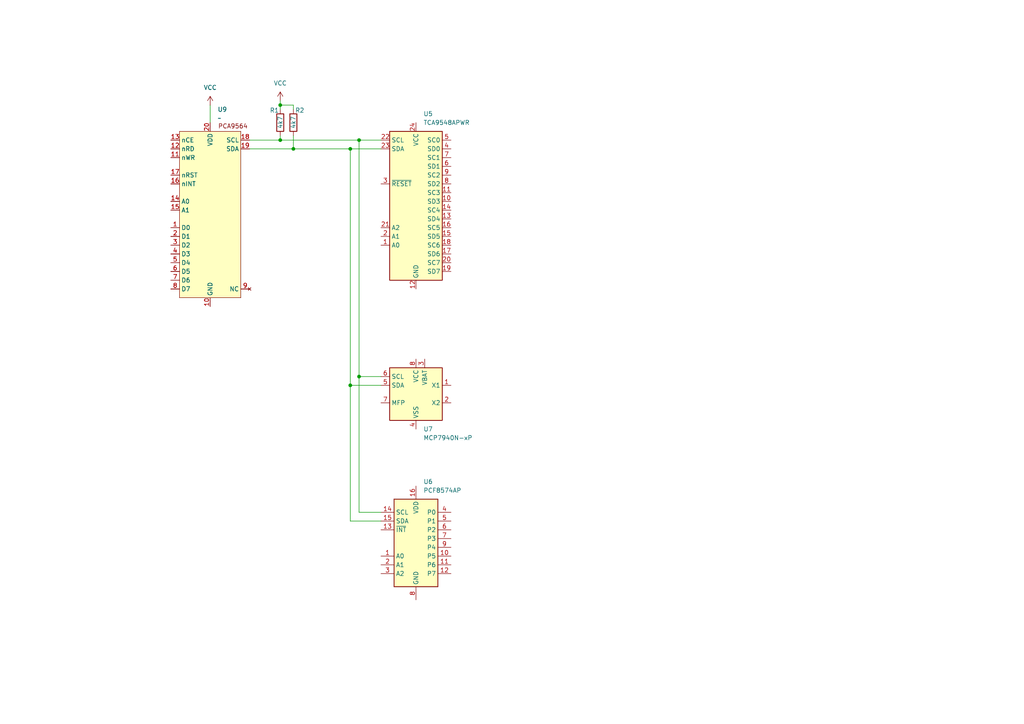
<source format=kicad_sch>
(kicad_sch (version 20250114) (generator "eeschema") (generator_version "9.0")
  (paper "A4")
  (title_block (title "AutoConfig-addon"))
  (lib_symbols
    (symbol "Device:R" (pin_numbers (hide yes)) (pin_names (offset 0))
      (property "Reference" "R" (at 2.032 0 90))
      (property "Value" "R" (at 0 0 90))
      (symbol "R_0_1"
        (rectangle (start -1.016 -2.54) (end 1.016 2.54) (stroke (width 0.254)))
      )
      (symbol "R_1_1"
        (pin passive line (at 0 3.81 270) (length 1.27) (name "~") (number "1"))
        (pin passive line (at 0 -3.81 90) (length 1.27) (name "~") (number "2"))
      )
    )
    (symbol "Interface_Expansion:PCF8574AP"
      (property "Reference" "U" (at -6.35 12.954 0))
      (property "Value" "PCF8574AP" (at 3.048 12.954 0))
      (symbol "PCF8574AP_0_1"
        (rectangle (start -6.35 -13.97) (end 6.35 11.43) (stroke (width 0.254)) (fill (type background)))
      )
      (symbol "PCF8574AP_1_1"
        (pin input line (at -10.16 7.62 0) (length 3.81) (name "SCL") (number "14"))
        (pin bidirectional line (at -10.16 5.08 0) (length 3.81) (name "SDA") (number "15"))
        (pin open_collector line (at -10.16 2.54 0) (length 3.81) (name "~{INT}") (number "13"))
        (pin input line (at -10.16 -5.08 0) (length 3.81) (name "A0") (number "1"))
        (pin input line (at -10.16 -7.62 0) (length 3.81) (name "A1") (number "2"))
        (pin input line (at -10.16 -10.16 0) (length 3.81) (name "A2") (number "3"))
        (pin power_in line (at 0 15.24 270) (length 3.81) (name "VDD") (number "16"))
        (pin power_in line (at 0 -17.78 90) (length 3.81) (name "GND") (number "8"))
        (pin bidirectional line (at 10.16 7.62 180) (length 3.81) (name "P0") (number "4"))
        (pin bidirectional line (at 10.16 5.08 180) (length 3.81) (name "P1") (number "5"))
        (pin bidirectional line (at 10.16 2.54 180) (length 3.81) (name "P2") (number "6"))
        (pin bidirectional line (at 10.16 0 180) (length 3.81) (name "P3") (number "7"))
        (pin bidirectional line (at 10.16 -2.54 180) (length 3.81) (name "P4") (number "9"))
        (pin bidirectional line (at 10.16 -5.08 180) (length 3.81) (name "P5") (number "10"))
        (pin bidirectional line (at 10.16 -7.62 180) (length 3.81) (name "P6") (number "11"))
        (pin bidirectional line (at 10.16 -10.16 180) (length 3.81) (name "P7") (number "12"))
      )
    )
    (symbol "Interface_Expansion:TCA9548APWR"
      (property "Reference" "U" (at -7.62 21.59 0))
      (property "Value" "TCA9548APWR" (at 1.016 21.59 0))
      (symbol "TCA9548APWR_0_1"
        (rectangle (start -7.62 20.32) (end 7.62 -22.86) (stroke (width 0.254)) (fill (type background)))
      )
      (symbol "TCA9548APWR_1_1"
        (pin input line (at -10.16 17.78 0) (length 2.54) (name "SCL") (number "22"))
        (pin bidirectional line (at -10.16 15.24 0) (length 2.54) (name "SDA") (number "23"))
        (pin input line (at -10.16 5.08 0) (length 2.54) (name "~{RESET}") (number "3"))
        (pin input line (at -10.16 -7.62 0) (length 2.54) (name "A2") (number "21"))
        (pin input line (at -10.16 -10.16 0) (length 2.54) (name "A1") (number "2"))
        (pin input line (at -10.16 -12.7 0) (length 2.54) (name "A0") (number "1"))
        (pin power_in line (at 0 22.86 270) (length 2.54) (name "VCC") (number "24"))
        (pin power_in line (at 0 -25.4 90) (length 2.54) (name "GND") (number "12"))
        (pin output line (at 10.16 17.78 180) (length 2.54) (name "SC0") (number "5"))
        (pin bidirectional line (at 10.16 15.24 180) (length 2.54) (name "SD0") (number "4"))
        (pin output line (at 10.16 12.7 180) (length 2.54) (name "SC1") (number "7"))
        (pin bidirectional line (at 10.16 10.16 180) (length 2.54) (name "SD1") (number "6"))
        (pin output line (at 10.16 7.62 180) (length 2.54) (name "SC2") (number "9"))
        (pin bidirectional line (at 10.16 5.08 180) (length 2.54) (name "SD2") (number "8"))
        (pin output line (at 10.16 2.54 180) (length 2.54) (name "SC3") (number "11"))
        (pin bidirectional line (at 10.16 0 180) (length 2.54) (name "SD3") (number "10"))
        (pin output line (at 10.16 -2.54 180) (length 2.54) (name "SC4") (number "14"))
        (pin bidirectional line (at 10.16 -5.08 180) (length 2.54) (name "SD4") (number "13"))
        (pin output line (at 10.16 -7.62 180) (length 2.54) (name "SC5") (number "16"))
        (pin bidirectional line (at 10.16 -10.16 180) (length 2.54) (name "SD5") (number "15"))
        (pin output line (at 10.16 -12.7 180) (length 2.54) (name "SC6") (number "18"))
        (pin bidirectional line (at 10.16 -15.24 180) (length 2.54) (name "SD6") (number "17"))
        (pin output line (at 10.16 -17.78 180) (length 2.54) (name "SC7") (number "20"))
        (pin bidirectional line (at 10.16 -20.32 180) (length 2.54) (name "SD7") (number "19"))
      )
    )
    (symbol "PCA9564_1"
      (property "Reference" "U" (at 7.112 54.61 0))
      (symbol "PCA9564_1_1_1"
        (rectangle (start -6.35 50.8) (end 11.43 2.54) (fill (type background)))
        (text "PCA9564" (at 9.144 52.324 0) (effects (font (size 1.27 1.27))))
        (pin input line (at -8.89 48.26 0) (length 2.54) (name "nCE") (number "13"))
        (pin input line (at -8.89 45.72 0) (length 2.54) (name "nRD") (number "12"))
        (pin input line (at -8.89 43.18 0) (length 2.54) (name "nWR") (number "11"))
        (pin input line (at -8.89 38.1 0) (length 2.54) (name "nRST") (number "17"))
        (pin input line (at -8.89 35.56 0) (length 2.54) (name "nINT") (number "16"))
        (pin input line (at -8.89 30.48 0) (length 2.54) (name "A0") (number "14"))
        (pin input line (at -8.89 27.94 0) (length 2.54) (name "A1") (number "15"))
        (pin bidirectional line (at -8.89 22.86 0) (length 2.54) (name "D0") (number "1"))
        (pin bidirectional line (at -8.89 20.32 0) (length 2.54) (name "D1") (number "2"))
        (pin bidirectional line (at -8.89 17.78 0) (length 2.54) (name "D2") (number "3"))
        (pin bidirectional line (at -8.89 15.24 0) (length 2.54) (name "D3") (number "4"))
        (pin bidirectional line (at -8.89 12.7 0) (length 2.54) (name "D4") (number "5"))
        (pin bidirectional line (at -8.89 10.16 0) (length 2.54) (name "D5") (number "6"))
        (pin bidirectional line (at -8.89 7.62 0) (length 2.54) (name "D6") (number "7"))
        (pin bidirectional line (at -8.89 5.08 0) (length 2.54) (name "D7") (number "8"))
        (pin power_in line (at 2.54 53.34 270) (length 2.54) (name "VDD") (number "20"))
        (pin power_in line (at 2.54 0 90) (length 2.54) (name "GND") (number "10"))
        (pin bidirectional line (at 13.97 48.26 180) (length 2.54) (name "SCL") (number "18"))
        (pin bidirectional line (at 13.97 45.72 180) (length 2.54) (name "SDA") (number "19"))
        (pin no_connect line (at 13.97 5.08 180) (length 2.54) (name "NC") (number "9"))
      )
    )
    (symbol "Timer_RTC:MCP7940N-xP"
      (property "Reference" "U" (at -6.35 8.89 0))
      (property "Value" "MCP7940N-xP" (at 11.43 8.89 0))
      (symbol "MCP7940N-xP_0_1"
        (rectangle (start -7.62 7.62) (end 7.62 -7.62) (stroke (width 0.254)) (fill (type background)))
      )
      (symbol "MCP7940N-xP_1_1"
        (pin input line (at -10.16 5.08 0) (length 2.54) (name "SCL") (number "6"))
        (pin bidirectional line (at -10.16 2.54 0) (length 2.54) (name "SDA") (number "5"))
        (pin open_collector line (at -10.16 -2.54 0) (length 2.54) (name "MFP") (number "7"))
        (pin power_in line (at 0 10.16 270) (length 2.54) (name "VCC") (number "8"))
        (pin power_in line (at 0 -10.16 90) (length 2.54) (name "VSS") (number "4"))
        (pin power_in line (at 2.54 10.16 270) (length 2.54) (name "VBAT") (number "3"))
        (pin input line (at 10.16 2.54 180) (length 2.54) (name "X1") (number "1"))
        (pin output line (at 10.16 -2.54 180) (length 2.54) (name "X2") (number "2"))
      )
    )
    (symbol "power:VCC" (power) (pin_numbers (hide yes)) (pin_names (offset 0) (hide yes))
      (property "Value" "VCC" (at 0 3.556 0))
      (symbol "VCC_0_1"
        (polyline (pts (xy -0.762 1.27) (xy 0 2.54)))
        (polyline (pts (xy 0 2.54) (xy 0.762 1.27)))
        (polyline (pts (xy 0 0) (xy 0 2.54)))
      )
      (symbol "VCC_1_1"
        (pin power_in line (at 0 0 90) (length 0) (name "~") (number "1"))
      )
    )
  )
  (junction (at 81.28 40.64))
  (junction (at 104.14 109.22))
  (junction (at 81.28 30.48))
  (junction (at 101.6 43.18))
  (junction (at 104.14 40.64))
  (junction (at 85.09 43.18))
  (junction (at 101.6 111.76))
  (wire (pts (xy 81.28 40.64) (xy 104.14 40.64)))
  (wire (pts (xy 81.28 30.48) (xy 81.28 31.75)))
  (wire (pts (xy 85.09 43.18) (xy 101.6 43.18)))
  (wire (pts (xy 110.49 148.59) (xy 104.14 148.59)))
  (wire (pts (xy 60.96 30.48) (xy 60.96 35.56)))
  (wire (pts (xy 81.28 39.37) (xy 81.28 40.64)))
  (wire (pts (xy 101.6 43.18) (xy 101.6 111.76)))
  (wire (pts (xy 81.28 30.48) (xy 85.09 30.48)))
  (wire (pts (xy 104.14 109.22) (xy 110.49 109.22)))
  (wire (pts (xy 101.6 111.76) (xy 101.6 151.13)))
  (wire (pts (xy 81.28 29.21) (xy 81.28 30.48)))
  (wire (pts (xy 104.14 40.64) (xy 104.14 109.22)))
  (wire (pts (xy 85.09 31.75) (xy 85.09 30.48)))
  (wire (pts (xy 85.09 39.37) (xy 85.09 43.18)))
  (wire (pts (xy 104.14 40.64) (xy 110.49 40.64)))
  (wire (pts (xy 72.39 43.18) (xy 85.09 43.18)))
  (wire (pts (xy 101.6 43.18) (xy 110.49 43.18)))
  (wire (pts (xy 104.14 109.22) (xy 104.14 148.59)))
  (wire (pts (xy 101.6 111.76) (xy 110.49 111.76)))
  (wire (pts (xy 101.6 151.13) (xy 110.49 151.13)))
  (wire (pts (xy 72.39 40.64) (xy 81.28 40.64)))
  (symbol (lib_id "Timer_RTC:MCP7940N-xP") (at 120.65 114.3 0) (unit 1)
    (property "Reference" "U7" (at 122.7933 124.46 0) (effects (justify left)))
    (property "Value" "MCP7940N-xP" (at 122.7933 127 0) (effects (justify left)))
    (property "Datasheet" "http://ww1.microchip.com/downloads/en/DeviceDoc/20005010F.pdf" (effects (hide yes)))
    (property "Description" "Real-Time Clock, I2C, Battery Backup, DIP-8" (effects (hide yes)))
  )
  (symbol (lib_name "PCA9564_1") (lib_id "New_Library:PCA9564") (at 58.42 88.9 0) (unit 1)
    (property "Reference" "U9" (at 63.1033 31.75 0) (effects (justify left)))
    (property "Value" "~" (at 63.1033 34.29 0) (effects (justify left)))
  )
  (symbol (lib_id "Device:R") (at 85.09 35.56 0) (unit 1)
    (property "Reference" "R2" (at 85.598 32.004 0) (effects (justify left)))
    (property "Value" "4k7" (at 85.09 37.338 90) (effects (justify left)))
    (property "Description" "Resistor" (effects (hide yes)))
  )
  (symbol (lib_id "Device:R") (at 81.28 35.56 0) (unit 1)
    (property "Reference" "R1" (at 78.232 32.004 0) (effects (justify left)))
    (property "Value" "4k7" (at 81.28 37.338 90) (effects (justify left)))
    (property "Description" "Resistor" (effects (hide yes)))
  )
  (symbol (lib_id "power:VCC") (at 60.96 30.48 0) (unit 1)
    (property "Reference" "#PWR036" (effects (hide yes)))
    (property "Value" "VCC" (at 60.96 25.4 0))
    (property "Description" "Power symbol creates a global label with name \"VCC\"" (effects (hide yes)))
  )
  (symbol (lib_id "Interface_Expansion:TCA9548APWR") (at 120.65 58.42 0) (unit 1)
    (property "Reference" "U5" (at 122.7933 33.02 0) (effects (justify left)))
    (property "Value" "TCA9548APWR" (at 122.7933 35.56 0) (effects (justify left)))
    (property "Footprint" "Package_SO:TSSOP-24_4.4x7.8mm_P0.65mm" (effects (hide yes)))
    (property "Datasheet" "http://www.ti.com/lit/ds/symlink/tca9548a.pdf" (effects (hide yes)))
    (property "Description" "Low voltage 8-channel I2C switch with reset, TSSOP-24" (effects (hide yes)))
  )
  (symbol (lib_id "power:VCC") (at 81.28 29.21 0) (unit 1)
    (property "Reference" "#PWR035" (effects (hide yes)))
    (property "Value" "VCC" (at 81.28 24.13 0))
    (property "Description" "Power symbol creates a global label with name \"VCC\"" (effects (hide yes)))
  )
  (symbol (lib_id "Interface_Expansion:PCF8574AP") (at 120.65 156.21 0) (unit 1)
    (property "Reference" "U6" (at 122.7933 139.7 0) (effects (justify left)))
    (property "Value" "PCF8574AP" (at 122.7933 142.24 0) (effects (justify left)))
    (property "Footprint" "Package_DIP:DIP-16_W7.62mm" (effects (hide yes)))
    (property "Datasheet" "http://www.nxp.com/docs/en/data-sheet/PCF8574_PCF8574A.pdf" (effects (hide yes)))
    (property "Description" "8 Bit Port/Expander to I2C Bus, fixed address bits 0b0111, DIP-16" (effects (hide yes)))
  )
)
</source>
